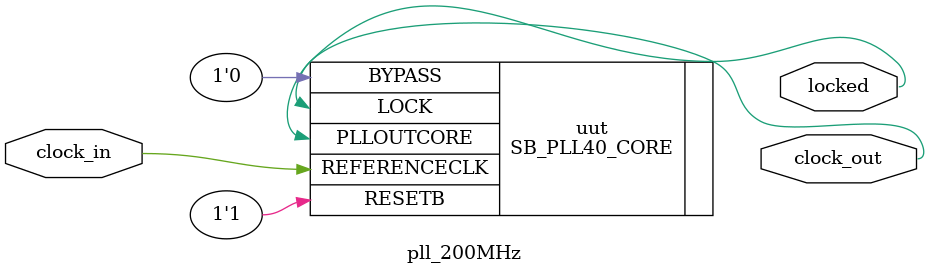
<source format=v>
/**
 * PLL configuration
 *
 * This Verilog module was generated automatically
 * using the icepll tool from the IceStorm project.
 * Use at your own risk.
 *
 * Given input frequency:        12.000 MHz
 * Requested output frequency:  200.000 MHz
 * Achieved output frequency:   201.000 MHz
 */

module pll_200MHz(
	input  clock_in,
	output clock_out,
	output locked
	);

SB_PLL40_CORE #(
		.FEEDBACK_PATH("SIMPLE"),
		.DIVR(4'b0000),		// DIVR =  0
		.DIVF(7'b1000010),	// DIVF = 66
		.DIVQ(3'b010),		// DIVQ =  2
		.FILTER_RANGE(3'b001)	// FILTER_RANGE = 1
	) uut (
		.LOCK(locked),
		.RESETB(1'b1),
		.BYPASS(1'b0),
		.REFERENCECLK(clock_in),
		.PLLOUTCORE(clock_out)
		);

endmodule

</source>
